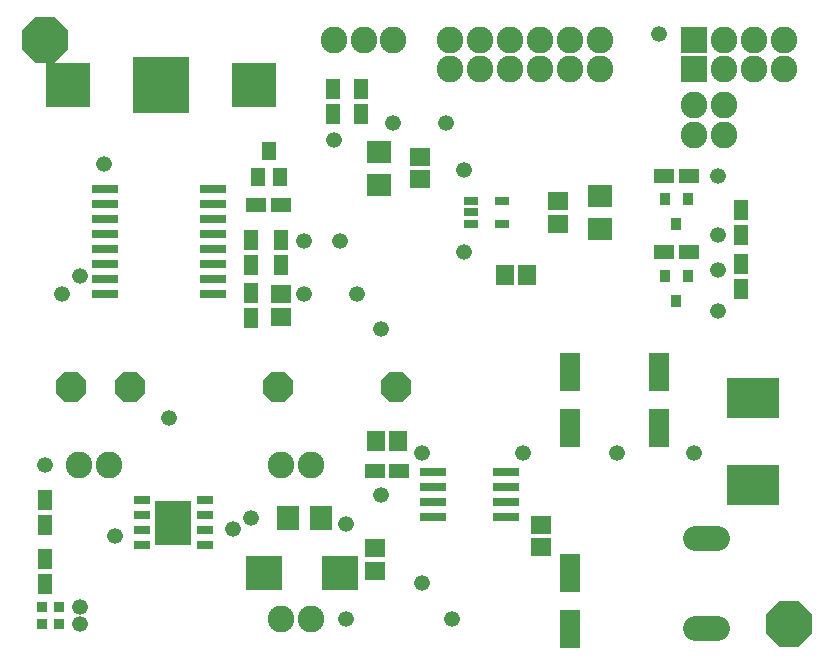
<source format=gts>
G75*
G70*
%OFA0B0*%
%FSLAX24Y24*%
%IPPOS*%
%LPD*%
%AMOC8*
5,1,8,0,0,1.08239X$1,22.5*
%
%ADD10R,0.0669X0.0472*%
%ADD11R,0.0472X0.0669*%
%ADD12R,0.0378X0.0417*%
%ADD13R,0.0516X0.0260*%
%ADD14R,0.0693X0.0614*%
%ADD15R,0.0835X0.0756*%
%ADD16R,0.0614X0.0693*%
%ADD17OC8,0.0992*%
%ADD18R,0.0661X0.1291*%
%ADD19R,0.0888X0.0888*%
%ADD20C,0.0888*%
%ADD21R,0.1872X0.1872*%
%ADD22R,0.1500X0.1500*%
%ADD23R,0.0472X0.0630*%
%ADD24R,0.0550X0.0300*%
%ADD25R,0.1200X0.1450*%
%ADD26R,0.0378X0.0378*%
%ADD27R,0.0756X0.0835*%
%ADD28R,0.0913X0.0283*%
%ADD29R,0.0852X0.0312*%
%ADD30R,0.1717X0.1323*%
%ADD31C,0.0846*%
%ADD32R,0.1213X0.1134*%
%ADD33C,0.0523*%
%ADD34OC8,0.1519*%
D10*
X013268Y007081D03*
X014097Y007081D03*
X022914Y014364D03*
X023742Y014364D03*
X023742Y016923D03*
X022914Y016923D03*
X010160Y015939D03*
X009331Y015939D03*
D11*
X009155Y014778D03*
X009155Y013950D03*
X009155Y013007D03*
X009155Y012178D03*
X010139Y013950D03*
X010139Y014778D03*
X011871Y018989D03*
X012816Y018989D03*
X012816Y019818D03*
X011871Y019818D03*
X025493Y015763D03*
X025493Y014934D03*
X025493Y013991D03*
X025493Y013162D03*
X002265Y006117D03*
X002265Y005288D03*
X002265Y004149D03*
X002265Y003320D03*
D12*
X022954Y013577D03*
X023702Y013577D03*
X023328Y012750D03*
X023328Y015309D03*
X023702Y016136D03*
X022954Y016136D03*
D13*
X017501Y016077D03*
X017501Y015329D03*
X016477Y015329D03*
X016477Y015703D03*
X016477Y016077D03*
D14*
X014777Y016797D03*
X014777Y017545D03*
X019383Y016077D03*
X019383Y015329D03*
X010139Y012966D03*
X010139Y012218D03*
X018800Y005289D03*
X018800Y004541D03*
X013289Y004502D03*
X013289Y003754D03*
D15*
X020777Y015151D03*
X020777Y016254D03*
X013414Y016620D03*
X013414Y017722D03*
D16*
X017615Y013612D03*
X018363Y013612D03*
X014056Y008065D03*
X013308Y008065D03*
D17*
X013970Y009888D03*
X010033Y009888D03*
X005111Y009888D03*
X003143Y009888D03*
D18*
X019785Y010388D03*
X019785Y008498D03*
X022737Y008498D03*
X022737Y010388D03*
X019785Y003695D03*
X019785Y001805D03*
D19*
X023918Y020466D03*
X023918Y021451D03*
D20*
X024918Y021451D03*
X025918Y021451D03*
X026918Y021451D03*
X026918Y020466D03*
X025918Y020466D03*
X024918Y020466D03*
X024903Y019285D03*
X023918Y019285D03*
X023918Y018285D03*
X024903Y018285D03*
X020769Y020466D03*
X019769Y020466D03*
X018769Y020466D03*
X017769Y020466D03*
X016769Y020466D03*
X015769Y020466D03*
X015769Y021451D03*
X016769Y021451D03*
X017769Y021451D03*
X018769Y021451D03*
X019769Y021451D03*
X020769Y021451D03*
X013879Y021451D03*
X012911Y021451D03*
X011911Y021451D03*
X011139Y007277D03*
X010139Y007277D03*
X004430Y007277D03*
X003430Y007277D03*
X010139Y002159D03*
X011139Y002159D03*
D21*
X006163Y019955D03*
D22*
X009263Y019955D03*
X003063Y019955D03*
D23*
X009371Y016884D03*
X010119Y016884D03*
X009745Y017750D03*
D24*
X007606Y006098D03*
X007606Y005598D03*
X007606Y005098D03*
X007606Y004598D03*
X005506Y004598D03*
X005506Y005098D03*
X005506Y005598D03*
X005506Y006098D03*
D25*
X006556Y005348D03*
D26*
X002166Y001963D03*
X002757Y001963D03*
X002757Y002553D03*
X002166Y002553D03*
D27*
X010375Y005506D03*
X011477Y005506D03*
D28*
X007895Y012968D03*
X007895Y013468D03*
X007895Y013968D03*
X007895Y014468D03*
X007895Y014968D03*
X007895Y015468D03*
X007895Y015968D03*
X007895Y016468D03*
X004273Y016468D03*
X004273Y015968D03*
X004273Y015468D03*
X004273Y014968D03*
X004273Y014468D03*
X004273Y013968D03*
X004273Y013468D03*
X004273Y012968D03*
D29*
X015228Y007043D03*
X015228Y006543D03*
X015228Y006043D03*
X015228Y005543D03*
X017648Y005543D03*
X017648Y006043D03*
X017648Y006543D03*
X017648Y007043D03*
D30*
X025887Y006608D03*
X025887Y009522D03*
D31*
X024665Y004840D02*
X023960Y004840D01*
X023960Y001840D02*
X024665Y001840D01*
D32*
X012107Y003695D03*
X009588Y003695D03*
D33*
X008564Y005151D03*
X009155Y005506D03*
X012304Y005309D03*
X013485Y006293D03*
X014863Y007671D03*
X018210Y007671D03*
X021359Y007671D03*
X023918Y007671D03*
X024706Y012396D03*
X024706Y013774D03*
X024706Y014955D03*
X024706Y016923D03*
X022737Y021648D03*
X016241Y017120D03*
X015651Y018695D03*
X013879Y018695D03*
X011911Y018104D03*
X012107Y014758D03*
X010926Y014758D03*
X010926Y012986D03*
X012698Y012986D03*
X013485Y011805D03*
X016241Y014364D03*
X006399Y008852D03*
X002265Y007277D03*
X004627Y004915D03*
X003446Y002553D03*
X003446Y001963D03*
X012304Y002159D03*
X014863Y003340D03*
X015848Y002159D03*
X002855Y012986D03*
X003446Y013577D03*
X004233Y017317D03*
D34*
X002265Y021451D03*
X027068Y001963D03*
M02*

</source>
